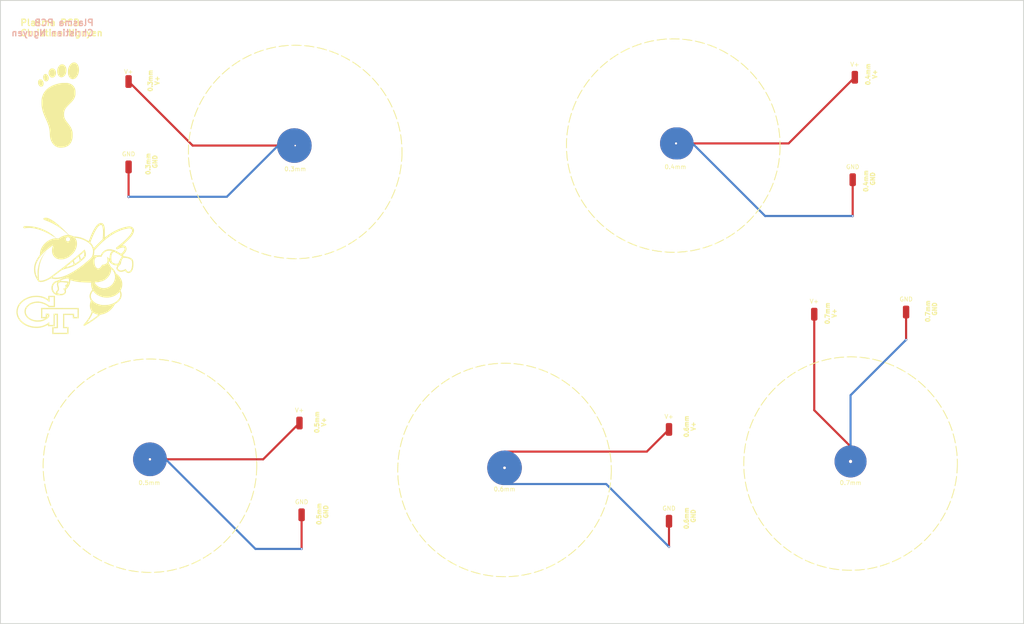
<source format=kicad_pcb>
(kicad_pcb (version 20241229) (generator "pcbnew") (generator_version "9.0")
  (layers (0 "F.Cu" signal) (2 "B.Cu" signal) (13 "F.Paste" user) (15 "B.Paste" user) (5 "F.SilkS" user "F.Silkscreen") (7 "B.SilkS" user "B.Silkscreen") (1 "F.Mask" user) (3 "B.Mask" user) (25 "Edge.Cuts" user))
  (net 0 "")
  (net 1 "(0.4)V+")
  (net 2 "(0.5)V+")
  (net 3 "(0.6)V+")
  (net 4 "(0.7)V+")
  (net 5 "0.4GND")
  (net 6 "0.5GND")
  (net 7 "0.3GND")
  (net 8 "(0.3)V+")
  (net 9 "0.6GND")
  (net 10 "0.7GND")
  (footprint "personallibrary:Copper_MountingHole_0.3mm" (layer "F.Cu") (at 98.5 61.5)
    (property "Reference" "REF**" (hide yes))
    (property "Value" "Copper_MountingHole_0.3mm" (hide yes))
    (fp_circle (center 0 -0.5) (end 2 -0.5) (stroke (width 3.6)) (fill no) (layers "F.Cu" "F.Mask"))
    (fp_circle (center 0 -0.5) (end 3 -2.5) (stroke (width 0.2)) (fill no) (layer "F.Cu"))
    (fp_circle (center 0 -0.5) (end 2 -0.5) (stroke (width 3.6)) (fill no) (layers "B.Cu" "B.Mask"))
    (fp_text user "0.3mm" (at 0 5 0) (layer "F.SilkS"))
    (pad "" np_thru_hole circle (at 0 -0.5) (size 0.3 0.3) (drill 0.3) (layers "*.Cu" "*.Mask"))
  )
  (footprint "personallibrary:Copper_MountingHole_0.4mm" (layer "F.Cu") (at 187.5 60.5)
    (property "Reference" "REF**" (hide yes))
    (property "Value" "Copper_MountingHole_0.4mm" (hide yes))
    (fp_circle (center 0.15 0) (end 2.15 0) (stroke (width 3.5)) (fill no) (layers "F.Cu" "F.Mask"))
    (fp_circle (center 0.15 0) (end 2.15 0) (stroke (width 3.5)) (fill no) (layers "B.Cu" "B.Mask"))
    (fp_text user "0.4mm" (at 0 5.5 0) (layer "F.SilkS"))
    (pad "" np_thru_hole circle (at 0.15 0) (size 0.5 0.5) (drill 0.5) (layers "*.Cu" "*.Mask"))
  )
  (footprint "personallibrary:gtbuzz" (layer "F.Cu") (at 47 91.5)
    (property "Reference" "G***" (hide yes))
    (property "Value" "LOGO" (hide yes))
  )
  (footprint "personallibrary:Copper_MountingHole_0.6mm" (layer "F.Cu") (at 147.5 137)
    (property "Reference" "REF**" (hide yes))
    (property "Value" "0.6mm" (at 0 4.5 0) (layer "F.SilkS"))
    (fp_circle (center 0 -0.5) (end 2 -0.5) (stroke (width 3.35)) (fill no) (layers "F.Cu" "F.Mask"))
    (fp_circle (center 0 -0.5) (end 2 -0.5) (stroke (width 3.35)) (fill no) (layers "B.Cu" "B.Mask"))
    (pad "" np_thru_hole circle (at 0 -0.5) (size 0.6 0.6) (drill 0.6) (layers "*.Cu" "*.Mask"))
  )
  (footprint "Connector_Wire:SolderWirePad_1x01_SMD_1.5x3mm" (layer "F.Cu") (at 241.5 100)
    (property "Reference" "GND" (at 0 -3 0) (layer "F.SilkS"))
    (property "Value" "SolderWirePad_1x01_SMD_1.5x3mm" (hide yes))
    (pad "9" smd roundrect (at 0 0) (size 1.5 3) (layers "F.Cu" "F.Mask") (net 10 "0.7GND"))
  )
  (footprint "Connector_Wire:SolderWirePad_1x01_SMD_1.5x3mm" (layer "F.Cu") (at 229 69)
    (property "Reference" "GND" (at 0 -3 0) (layer "F.SilkS"))
    (property "Value" "SolderWirePad_1x01_SMD_1.5x3mm" (hide yes))
    (pad "7" smd roundrect (at 0 0) (size 1.5 3) (layers "F.Cu" "F.Mask") (net 5 "0.4GND"))
  )
  (footprint "personallibrary:Copper_MountingHole_0.5mm" (layer "F.Cu") (at 64.35 134.5)
    (property "Reference" "REF**" (hide yes))
    (property "Value" "Copper_MountingHole_0.5mm" (hide yes))
    (fp_circle (center 0.15 0) (end 2.15 0) (stroke (width 3.4)) (fill no) (layers "F.Cu" "F.Mask"))
    (fp_circle (center 0.15 0) (end 2.15 0) (stroke (width 3.4)) (fill no) (layers "B.Cu" "B.Mask"))
    (fp_text user "0.5mm" (at 0 5.5 0) (layer "F.SilkS"))
    (pad "" np_thru_hole circle (at 0.15 0) (size 0.5 0.5) (drill 0.5) (layers "*.Cu" "*.Mask"))
  )
  (footprint "Connector_Wire:SolderWirePad_1x01_SMD_1.5x3mm" (layer "F.Cu") (at 99.5 126)
    (property "Reference" "V+" (at 0 -3 0) (layer "F.SilkS"))
    (property "Value" "SolderWirePad_1x01_SMD_1.5x3mm" (hide yes))
    (pad "4" smd roundrect (at 0 0) (size 1.5 3) (layers "F.Cu" "F.Mask") (net 2 "(0.5)V+"))
  )
  (footprint "Connector_Wire:SolderWirePad_1x01_SMD_1.5x3mm" (layer "F.Cu") (at 229.5 45)
    (property "Reference" "V+" (at 0 -3 0) (layer "F.SilkS"))
    (property "Value" "SolderWirePad_1x01_SMD_1.5x3mm" (hide yes))
    (pad "3" smd roundrect (at 0 0) (size 1.5 3) (layers "F.Cu" "F.Mask") (net 1 "(0.4)V+"))
  )
  (footprint "Connector_Wire:SolderWirePad_1x01_SMD_1.5x3mm" (layer "F.Cu") (at 220 100.5)
    (property "Reference" "V+" (at 0 -3 0) (layer "F.SilkS"))
    (property "Value" "SolderWirePad_1x01_SMD_1.5x3mm" (hide yes))
    (pad "6" smd roundrect (at 0 0) (size 1.5 3) (layers "F.Cu" "F.Mask") (net 4 "(0.7)V+"))
  )
  (footprint "Connector_Wire:SolderWirePad_1x01_SMD_1.5x3mm" (layer "F.Cu") (at 59.5 46)
    (property "Reference" "V+" (at 0 -2.3 0) (layer "F.SilkS"))
    (property "Value" "SolderWirePad_1x01_SMD_1.5x3mm" (hide yes))
    (pad "1" smd roundrect (at 0 0) (size 1.5 3) (layers "F.Cu" "F.Mask") (net 8 "(0.3)V+"))
  )
  (footprint "Connector_Wire:SolderWirePad_1x01_SMD_1.5x3mm" (layer "F.Cu") (at 186 149)
    (property "Reference" "GND" (at 0 -3 0) (layer "F.SilkS"))
    (property "Value" "SolderWirePad_1x01_SMD_1.5x3mm" (hide yes))
    (pad "9" smd roundrect (at 0 0) (size 1.5 3) (layers "F.Cu" "F.Mask") (net 9 "0.6GND"))
  )
  (footprint "Connector_Wire:SolderWirePad_1x01_SMD_1.5x3mm" (layer "F.Cu") (at 59.5 66)
    (property "Reference" "GND" (at 0 -3 0) (layer "F.SilkS"))
    (property "Value" "SolderWirePad_1x01_SMD_1.5x3mm" (hide yes))
    (pad "2" smd roundrect (at 0 0) (size 1.5 3) (layers "F.Cu" "F.Mask") (net 7 "0.3GND"))
  )
  (footprint "personallibrary:Copper_MountingHole_0.7mm" (layer "F.Cu") (at 228.5 135.5)
    (property "Reference" "REF**" (hide yes))
    (property "Value" "0.7mm" (at 0 4.5 0) (layer "F.SilkS"))
    (fp_circle (center 0 -0.5) (end 2 -0.5) (stroke (width 3.2)) (fill no) (layers "F.Cu" "F.Mask"))
    (fp_circle (center 0 -0.5) (end 2 -0.5) (stroke (width 3.2)) (fill no) (layers "B.Cu" "B.Mask"))
    (pad "" np_thru_hole circle (at 0 -0.5) (size 0.7 0.7) (drill 0.7) (layers "*.Cu" "*.Mask"))
  )
  (footprint "Connector_Wire:SolderWirePad_1x01_SMD_1.5x3mm" (layer "F.Cu") (at 186 127.5)
    (property "Reference" "V+" (at 0 -3 0) (layer "F.SilkS"))
    (property "Value" "SolderWirePad_1x01_SMD_1.5x3mm" (hide yes))
    (pad "5" smd roundrect (at 0 0) (size 1.5 3) (layers "F.Cu" "F.Mask") (net 3 "(0.6)V+"))
  )
  (footprint "personallibrary:foot" (layer "F.Cu") (at 43.5 51.5)
    (property "Reference" "G***" (hide yes))
    (property "Value" "LOGO" (hide yes))
  )
  (footprint "Connector_Wire:SolderWirePad_1x01_SMD_1.5x3mm" (layer "F.Cu") (at 100 147.5)
    (property "Reference" "GND" (at 0 -3 0) (layer "F.SilkS"))
    (property "Value" "SolderWirePad_1x01_SMD_1.5x3mm" (hide yes))
    (pad "8" smd roundrect (at 0 0) (size 1.5 3) (layers "F.Cu" "F.Mask") (net 6 "0.5GND"))
  )
  (gr_circle (center 188 60.5) (end 184.5 60.5) (stroke (width 0.5)) (fill no) (layer "F.Cu") (net 1))
  (gr_circle (center 228.5 135) (end 232 135) (stroke (width 0.5)) (fill no) (layer "F.Cu") (net 4))
  (gr_circle (center 147.5 136.5) (end 151.3 136.5) (stroke (width 0.5)) (fill no) (layer "F.Cu") (net 3))
  (gr_circle (center 64.5 134.5) (end 68.2 134.5) (stroke (width 0.5)) (fill no) (layer "F.Cu") (net 2))
  (gr_circle (center 98.3 61) (end 102.1 61) (stroke (width 0.5)) (fill no) (layer "F.Cu") (net 8))
  (gr_circle (center 98.3 61) (end 102.1 61) (stroke (width 0.5)) (fill no) (layer "B.Cu") (net 7))
  (gr_circle (center 228.5 135) (end 232 135) (stroke (width 0.5)) (fill no) (layer "B.Cu") (net 10))
  (gr_circle (center 188 60.5) (end 184.5 60.5) (stroke (width 0.5)) (fill no) (layer "B.Cu") (net 5))
  (gr_circle (center 147.5 136.5) (end 151.3 136.5) (stroke (width 0.5)) (fill no) (layer "B.Cu") (net 9))
  (gr_circle (center 64.5 134.5) (end 68.2 134.5) (stroke (width 0.5)) (fill no) (layer "B.Cu") (net 6))
  (gr_circle (center 147.5 137) (end 172.5 137) (stroke (width 0.2) (type dash)) (fill no) (layer "F.SilkS"))
  (gr_circle (center 228.5 135.5) (end 253.5 135.5) (stroke (width 0.2) (type dash)) (fill no) (layer "F.SilkS"))
  (gr_circle (center 187 61) (end 212 61) (stroke (width 0.2) (type dash)) (fill no) (layer "F.SilkS"))
  (gr_circle (center 64.5 136) (end 89.5 136) (stroke (width 0.2) (type dash)) (fill no) (layer "F.SilkS"))
  (gr_circle (center 98.5 62.5) (end 123.5 62.5) (stroke (width 0.2) (type dash)) (fill no) (layer "F.SilkS"))
  (gr_rect (start 29.5 27) (end 269 173) (stroke (width 0.2)) (fill no) (layer "Edge.Cuts"))
  (gr_text "0.6mm\n  V+\n\n\n" (at 195.5 129.5 90) (layer "F.SilkS") (effects (font (size 1 1) (thickness 0.25) (bold yes)) (justify left bottom)))
  (gr_text "0.7mm\n  V+\n\n\n" (at 228.5 103 90) (layer "F.SilkS") (effects (font (size 1 1) (thickness 0.25) (bold yes)) (justify left bottom)))
  (gr_text "0.5mm\n  V+\n\n\n" (at 109 128.5 90) (layer "F.SilkS") (effects (font (size 1 1) (thickness 0.25) (bold yes)) (justify left bottom)))
  (gr_text "0.7mm\n  GND\n\n\n" (at 252 102.5 90) (layer "F.SilkS") (effects (font (size 1 1) (thickness 0.25) (bold yes)) (justify left bottom)))
  (gr_text "0.3mm\n  GND\n\n\n" (at 69.5 68 90) (layer "F.SilkS") (effects (font (size 1 1) (thickness 0.25) (bold yes)) (justify left bottom)))
  (gr_text "0.5mm\n  GND\n\n\n" (at 109.5 150 90) (layer "F.SilkS") (effects (font (size 1 1) (thickness 0.25) (bold yes)) (justify left bottom)))
  (gr_text "Plasma PCB\nChristian Nguyen" (at 34 35.5 0) (layer "F.SilkS") (effects (font (size 1.5 1.5) (thickness 0.3) (bold yes)) (justify left bottom)))
  (gr_text "0.4mm\n  V+\n\n\n" (at 238 47 90) (layer "F.SilkS") (effects (font (size 1 1) (thickness 0.25) (bold yes)) (justify left bottom)))
  (gr_text "0.4mm\n  GND\n\n\n" (at 237.5 72 90) (layer "F.SilkS") (effects (font (size 1 1) (thickness 0.25) (bold yes)) (justify left bottom)))
  (gr_text "0.6mm\n  GND\n\n\n" (at 195.5 151 90) (layer "F.SilkS") (effects (font (size 1 1) (thickness 0.25) (bold yes)) (justify left bottom)))
  (gr_text "0.3mm\n  V+\n\n\n" (at 70 48.5 90) (layer "F.SilkS") (effects (font (size 1 1) (thickness 0.25) (bold yes)) (justify left bottom)))
  (gr_text "Plasma PCB\nChristian Nguyen" (at 51.5 35.5 0) (layer "B.SilkS") (effects (font (size 1.5 1.5) (thickness 0.3) (bold yes)) (justify left bottom mirror)))
  (segment (start 191.5 60.5) (end 214 60.5) (width 0.5) (layer "F.Cu") (net 1))
  (segment (start 214 60.5) (end 229.5 45) (width 0.5) (layer "F.Cu") (net 1))
  (segment (start 68.2 134.5) (end 91 134.5) (width 0.5) (layer "F.Cu") (net 2))
  (segment (start 91 134.5) (end 99.5 126) (width 0.5) (layer "F.Cu") (net 2))
  (segment (start 180.8 132.7) (end 186 127.5) (width 0.5) (layer "F.Cu") (net 3))
  (segment (start 147.5 132.7) (end 180.8 132.7) (width 0.5) (layer "F.Cu") (net 3))
  (segment (start 228.5 131.5) (end 220 123) (width 0.5) (layer "F.Cu") (net 4))
  (segment (start 220 123) (end 220 100.5) (width 0.5) (layer "F.Cu") (net 4))
  (segment (start 229 69) (end 229 77.5) (width 0.5) (layer "F.Cu") (net 5))
  (via (at 229 77.5) (size 0.5) (drill 0.3) (layers "F.Cu" "B.Cu") (net 5))
  (segment (start 191.5 60.5) (end 208.5 77.5) (width 0.5) (layer "B.Cu") (net 5))
  (segment (start 208.5 77.5) (end 229 77.5) (width 0.5) (layer "B.Cu") (net 5))
  (segment (start 100 147.5) (end 100 155.5) (width 0.5) (layer "F.Cu") (net 6))
  (via (at 100 155.5) (size 0.5) (drill 0.3) (layers "F.Cu" "B.Cu") (net 6))
  (segment (start 89.2 155.5) (end 100 155.5) (width 0.5) (layer "B.Cu") (net 6))
  (segment (start 68.2 134.5) (end 89.2 155.5) (width 0.5) (layer "B.Cu") (net 6))
  (segment (start 59.5 66) (end 59.5 73) (width 0.5) (layer "F.Cu") (net 7))
  (via (at 59.5 73) (size 0.6) (drill 0.3) (layers "F.Cu" "B.Cu") (net 7))
  (segment (start 82.5 73) (end 59.5 73) (width 0.5) (layer "B.Cu") (net 7))
  (segment (start 94.5 61) (end 82.5 73) (width 0.5) (layer "B.Cu") (net 7))
  (segment (start 59.5 46) (end 74.5 61) (width 0.5) (layer "F.Cu") (net 8))
  (segment (start 74.5 61) (end 94.443449 61) (width 0.5) (layer "F.Cu") (net 8))
  (segment (start 186 149) (end 186 155) (width 0.5) (layer "F.Cu") (net 9))
  (via (at 186 155) (size 0.5) (drill 0.3) (layers "F.Cu" "B.Cu") (net 9))
  (segment (start 171.3 140.3) (end 186 155) (width 0.5) (layer "B.Cu") (net 9))
  (segment (start 147.5 140.3) (end 171.3 140.3) (width 0.5) (layer "B.Cu") (net 9))
  (segment (start 241.5 100) (end 241.5 106.5) (width 0.5) (layer "F.Cu") (net 10))
  (via (at 241.5 106.5) (size 0.5) (drill 0.3) (layers "F.Cu" "B.Cu") (net 10))
  (segment (start 228.5 119.5) (end 241.5 106.5) (width 0.5) (layer "B.Cu") (net 10))
  (segment (start 228.5 131.5) (end 228.5 119.5) (width 0.5) (layer "B.Cu") (net 10))
)
</source>
